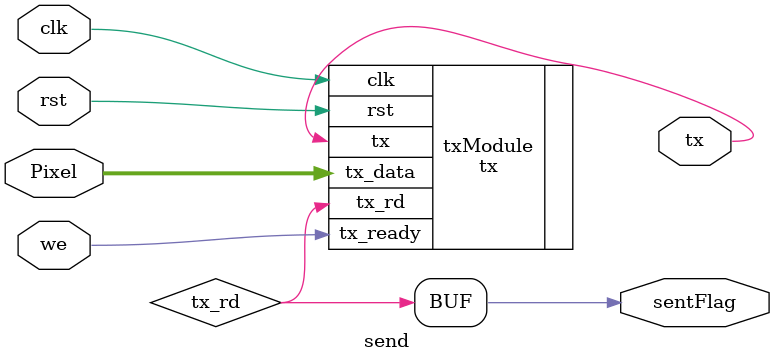
<source format=v>
`timescale 1ns / 1ps
module send(
    input clk,rst,we,
    //像素和卷积核都用一个字节表示
    input [7:0]Pixel,
    output tx,
    output sentFlag
);
//reg [7:0]tx_data;改为直接用pixel接上输出
wire tx_rd;
tx txModule(
    .clk(clk),
    .rst(rst),
    .tx_ready(we),
    .tx_data(Pixel),
    .tx(tx),
    .tx_rd(tx_rd)
);
assign sentFlag = tx_rd;
/*
//counter
//sentFlag需要修改
always@(posedge clk or posedge rst or negedge we)
begin
    if(rst || !we)
        sentFlag <= 0;
    else if(we && tx_rd)//已经成功发送了一个字节
        sentFlag <= 1'b1;
    else
        sentFlag <= 1'b0;
end*/
/*
always@(posedge clk or posedge rst)
begin
    if(!rst)
        tx_data <= Pixel;
end*/
endmodule

</source>
